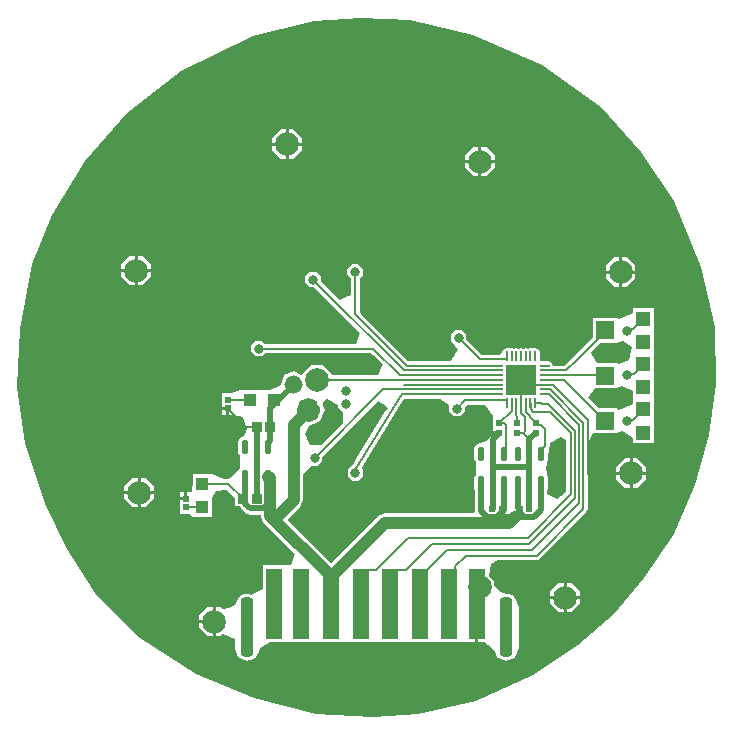
<source format=gbl>
G04*
G04 #@! TF.GenerationSoftware,Altium Limited,Altium Designer,23.1.1 (15)*
G04*
G04 Layer_Physical_Order=2*
G04 Layer_Color=16711680*
%FSLAX44Y44*%
%MOMM*%
G71*
G04*
G04 #@! TF.SameCoordinates,B2BF10F3-798A-46CE-9BF2-DF2D7B13E792*
G04*
G04*
G04 #@! TF.FilePolarity,Positive*
G04*
G01*
G75*
%ADD10C,1.0000*%
%ADD12C,0.2000*%
%ADD15R,0.5200X0.5200*%
%ADD17R,0.5200X0.5200*%
%ADD22C,2.0000*%
%ADD23C,0.8000*%
G04:AMPARAMS|DCode=25|XSize=5mm|YSize=1mm|CornerRadius=0.25mm|HoleSize=0mm|Usage=FLASHONLY|Rotation=270.000|XOffset=0mm|YOffset=0mm|HoleType=Round|Shape=RoundedRectangle|*
%AMROUNDEDRECTD25*
21,1,5.0000,0.5000,0,0,270.0*
21,1,4.5000,1.0000,0,0,270.0*
1,1,0.5000,-0.2500,-2.2500*
1,1,0.5000,-0.2500,2.2500*
1,1,0.5000,0.2500,2.2500*
1,1,0.5000,0.2500,-2.2500*
%
%ADD25ROUNDEDRECTD25*%
%ADD26R,1.1000X1.1000*%
%ADD27R,0.5000X0.5500*%
%ADD28R,1.1000X1.1000*%
%ADD29R,1.4000X6.0000*%
%ADD30R,0.8578X0.8121*%
G04:AMPARAMS|DCode=31|XSize=1.21mm|YSize=0.59mm|CornerRadius=0.1475mm|HoleSize=0mm|Usage=FLASHONLY|Rotation=90.000|XOffset=0mm|YOffset=0mm|HoleType=Round|Shape=RoundedRectangle|*
%AMROUNDEDRECTD31*
21,1,1.2100,0.2950,0,0,90.0*
21,1,0.9150,0.5900,0,0,90.0*
1,1,0.2950,0.1475,0.4575*
1,1,0.2950,0.1475,-0.4575*
1,1,0.2950,-0.1475,-0.4575*
1,1,0.2950,-0.1475,0.4575*
%
%ADD31ROUNDEDRECTD31*%
%ADD32R,1.5000X1.6000*%
%ADD33R,1.2000X1.2000*%
G04:AMPARAMS|DCode=34|XSize=0.1925mm|YSize=0.8937mm|CornerRadius=0.0962mm|HoleSize=0mm|Usage=FLASHONLY|Rotation=90.000|XOffset=0mm|YOffset=0mm|HoleType=Round|Shape=RoundedRectangle|*
%AMROUNDEDRECTD34*
21,1,0.1925,0.7012,0,0,90.0*
21,1,0.0000,0.8937,0,0,90.0*
1,1,0.1925,0.3506,0.0000*
1,1,0.1925,0.3506,0.0000*
1,1,0.1925,-0.3506,0.0000*
1,1,0.1925,-0.3506,0.0000*
%
%ADD34ROUNDEDRECTD34*%
G04:AMPARAMS|DCode=35|XSize=0.8937mm|YSize=0.1925mm|CornerRadius=0.0962mm|HoleSize=0mm|Usage=FLASHONLY|Rotation=90.000|XOffset=0mm|YOffset=0mm|HoleType=Round|Shape=RoundedRectangle|*
%AMROUNDEDRECTD35*
21,1,0.8937,0.0000,0,0,90.0*
21,1,0.7012,0.1925,0,0,90.0*
1,1,0.1925,0.0000,0.3506*
1,1,0.1925,0.0000,-0.3506*
1,1,0.1925,0.0000,-0.3506*
1,1,0.1925,0.0000,0.3506*
%
%ADD35ROUNDEDRECTD35*%
%ADD36R,0.1925X0.8937*%
%ADD37R,2.5000X2.5000*%
%ADD38C,0.5000*%
G36*
X834318Y1120157D02*
X887658Y1107457D01*
X946078Y1082057D01*
X995608Y1046497D01*
X1029898Y1008397D01*
X1057838Y966487D01*
X1080698Y910607D01*
X1092128Y859807D01*
X1093398Y811547D01*
X1087048Y768367D01*
X1075618Y726457D01*
X1057838Y684547D01*
X1032438Y647717D01*
X1007038Y617237D01*
X976558Y590567D01*
X938458Y565167D01*
X890198Y543577D01*
X840668Y532147D01*
X802568Y529607D01*
X754308Y532147D01*
X702238Y546117D01*
X652708Y566437D01*
X605718Y596917D01*
X567618Y635017D01*
X543488Y671847D01*
X525708Y708677D01*
X507928Y762017D01*
X501578Y809007D01*
X504118Y858537D01*
X514278Y913147D01*
X530788Y955057D01*
X558728Y1000777D01*
X594288Y1041417D01*
X640008Y1076977D01*
X700968Y1106187D01*
X753038Y1118887D01*
X792387Y1122093D01*
X834318Y1120157D01*
D02*
G37*
%LPC*%
G36*
X735184Y1027697D02*
X731259D01*
Y1016427D01*
X742530D01*
Y1020351D01*
X735184Y1027697D01*
D02*
G37*
G36*
X728719D02*
X724795D01*
X717449Y1020351D01*
Y1016427D01*
X728719D01*
Y1027697D01*
D02*
G37*
G36*
X742530Y1013887D02*
X731259D01*
Y1002617D01*
X735184D01*
X742530Y1009963D01*
Y1013887D01*
D02*
G37*
G36*
X728719D02*
X717449D01*
Y1009963D01*
X724795Y1002617D01*
X728719D01*
Y1013887D01*
D02*
G37*
G36*
X898342Y1012865D02*
X894417D01*
Y1001595D01*
X905687D01*
Y1005519D01*
X898342Y1012865D01*
D02*
G37*
G36*
X891877D02*
X887953D01*
X880607Y1005519D01*
Y1001595D01*
X891877D01*
Y1012865D01*
D02*
G37*
G36*
X905687Y999055D02*
X894417D01*
Y987785D01*
X898342D01*
X905687Y995130D01*
Y999055D01*
D02*
G37*
G36*
X891877D02*
X880607D01*
Y995130D01*
X887953Y987785D01*
X891877D01*
Y999055D01*
D02*
G37*
G36*
X607174Y920590D02*
X603250D01*
Y909320D01*
X614520D01*
Y913244D01*
X607174Y920590D01*
D02*
G37*
G36*
X600710D02*
X596786D01*
X589440Y913244D01*
Y909320D01*
X600710D01*
Y920590D01*
D02*
G37*
G36*
X1017384Y919320D02*
X1013460D01*
Y908050D01*
X1024730D01*
Y911974D01*
X1017384Y919320D01*
D02*
G37*
G36*
X1010920D02*
X1006996D01*
X999650Y911974D01*
Y908050D01*
X1010920D01*
Y919320D01*
D02*
G37*
G36*
X614520Y906780D02*
X603250D01*
Y895510D01*
X607174D01*
X614520Y902856D01*
Y906780D01*
D02*
G37*
G36*
X600710D02*
X589440D01*
Y902856D01*
X596786Y895510D01*
X600710D01*
Y906780D01*
D02*
G37*
G36*
X1024730Y905510D02*
X1013460D01*
Y894240D01*
X1017384D01*
X1024730Y901586D01*
Y905510D01*
D02*
G37*
G36*
X1010920D02*
X999650D01*
Y901586D01*
X1006996Y894240D01*
X1010920D01*
Y905510D01*
D02*
G37*
G36*
X790109Y913320D02*
X784691D01*
X780860Y909489D01*
Y904071D01*
X783568Y901363D01*
X783568Y887186D01*
X781259Y886230D01*
X776666Y884327D01*
X774330Y883359D01*
X758380Y899309D01*
X758380Y903139D01*
X754549Y906970D01*
X749131D01*
X745300Y903139D01*
Y897721D01*
X749131Y893890D01*
X752961Y893890D01*
X768724Y878127D01*
X772900Y873952D01*
X782139Y864713D01*
X791771Y855080D01*
X787944Y845842D01*
X781662D01*
X715330D01*
X711537D01*
X708829Y848550D01*
X703411D01*
X699580Y844719D01*
Y839301D01*
X703411Y835470D01*
X708829D01*
X711537Y838178D01*
X715191D01*
X784878D01*
X793346D01*
X801053Y838178D01*
X802692Y836539D01*
X810704Y828527D01*
X806877Y819288D01*
X801515D01*
X791608D01*
X781700Y819288D01*
X768194Y819288D01*
X767868Y820813D01*
X767294Y821387D01*
X760523Y828159D01*
X750134D01*
X742788Y820813D01*
X741544Y819982D01*
X735330Y822556D01*
X727533Y819326D01*
X724304Y811530D01*
X715489Y806680D01*
X708660Y806680D01*
X700620Y806680D01*
X691492D01*
X690620Y806680D01*
X690620Y806680D01*
X682577Y804060D01*
X682577Y804060D01*
X674617D01*
Y793480D01*
Y792540D01*
X679658D01*
Y791270D01*
X680928D01*
Y785980D01*
X684697D01*
Y785980D01*
X684697Y785980D01*
X692691Y784124D01*
X696117Y773611D01*
X693875Y769068D01*
X689938Y766046D01*
X688665Y762973D01*
X688665Y762973D01*
Y753823D01*
X689645Y751457D01*
X689796Y751043D01*
X689873Y745656D01*
X689796Y740653D01*
X689766Y740570D01*
X682961Y733432D01*
X681490Y732427D01*
X679960Y731382D01*
X676090D01*
X666090Y735590D01*
X657641Y735590D01*
X650010D01*
Y729793D01*
X648930Y720240D01*
X645160D01*
Y714950D01*
X643890D01*
Y713680D01*
X638850D01*
Y709660D01*
Y702160D01*
X646809D01*
Y702160D01*
X650010Y699510D01*
X655712Y699510D01*
X666090D01*
Y709510D01*
X666090Y715590D01*
X669327Y721414D01*
X678397Y722221D01*
X684993Y716044D01*
X685899Y715130D01*
Y708409D01*
X690021D01*
X690659Y706867D01*
X694459Y703068D01*
X698316Y701470D01*
X707375D01*
Y700355D01*
X709765Y694584D01*
X736697Y667652D01*
X732916Y658523D01*
X728458Y658614D01*
X722560Y658614D01*
X709378D01*
Y638759D01*
X709130Y638483D01*
X699378Y633648D01*
X698750Y633909D01*
X697244D01*
X696250Y634321D01*
X694946Y633909D01*
X693750D01*
X689892Y632311D01*
X689892Y632311D01*
X689580Y631558D01*
X688565Y631138D01*
X687921Y629583D01*
X685948Y624819D01*
X680344Y622339D01*
X675382Y621242D01*
X673214Y623410D01*
X669290D01*
Y610870D01*
Y598330D01*
X673214D01*
X675382Y600498D01*
X685382Y596356D01*
Y588453D01*
X688565Y580769D01*
X689580Y580349D01*
X689892Y579596D01*
X689893Y579596D01*
X693368Y578156D01*
X693750Y577998D01*
X693750Y577998D01*
X694946D01*
X696250Y577586D01*
X697553Y577998D01*
X698749D01*
X698750Y577998D01*
X699131Y578156D01*
X702607Y579596D01*
X702607Y579596D01*
X702919Y580349D01*
X703934Y580769D01*
X704578Y582324D01*
X705708Y585053D01*
X707204Y588509D01*
X715102Y593534D01*
X717117D01*
X722561D01*
X732477Y593333D01*
X738375Y593333D01*
X751557D01*
X751557Y593333D01*
X757477D01*
Y593333D01*
X761557Y593333D01*
X772477D01*
X776557Y593333D01*
Y593333D01*
X782477D01*
Y593333D01*
X797477D01*
X801557Y593333D01*
Y593333D01*
X807477D01*
Y593333D01*
X822477D01*
X826557Y593333D01*
Y593333D01*
X832477D01*
Y593333D01*
X847477D01*
X851557Y593333D01*
Y593333D01*
X857477D01*
Y593333D01*
X870900D01*
X876557Y593333D01*
X886461Y593564D01*
X889075D01*
Y626104D01*
X891615D01*
Y593564D01*
X896429Y593564D01*
X902889Y589414D01*
X905453Y585871D01*
X907566Y580769D01*
X908581Y580349D01*
X908893Y579596D01*
X912750Y577998D01*
X914256D01*
X915250Y577586D01*
X916245Y577998D01*
X917750D01*
X921608Y579596D01*
X921920Y580349D01*
X922935Y580769D01*
X926118Y588453D01*
Y623453D01*
X922935Y631138D01*
X921920Y631558D01*
X921608Y632311D01*
X917750Y633909D01*
X916245D01*
X915250Y634321D01*
X915088Y634253D01*
X910831Y635921D01*
X905350Y641667D01*
Y645274D01*
X901144Y649480D01*
X902129Y659810D01*
X908114Y662918D01*
X941070D01*
X943779Y664041D01*
X983273Y703535D01*
X984396Y706244D01*
Y762109D01*
X989003Y770200D01*
X1004962D01*
X1009083Y770200D01*
X1013003Y771948D01*
X1014861Y771645D01*
X1023003Y766314D01*
Y762200D01*
X1040083D01*
Y779280D01*
X1040083D01*
X1040083Y792200D01*
X1040083Y799280D01*
X1040083Y807650D01*
X1040083Y817650D01*
X1040083Y820570D01*
X1040091Y830567D01*
X1040126Y838843D01*
X1040126Y845923D01*
X1040127Y855923D01*
Y858843D01*
X1040126D01*
X1040126Y865923D01*
Y875923D01*
X1023046D01*
Y872801D01*
X1022763Y871678D01*
X1011231Y866861D01*
X1009127Y867923D01*
X1005372Y867923D01*
X989047D01*
Y854396D01*
X989046Y851774D01*
X981560Y844287D01*
X979755Y842482D01*
X972624Y835351D01*
X964619Y827347D01*
X955106Y827419D01*
X953996Y830100D01*
X952296Y830804D01*
X951315Y831210D01*
X951315Y831210D01*
X944261Y831756D01*
X943715Y838810D01*
X943715Y838810D01*
X942605Y841491D01*
X939924Y842601D01*
X938779Y842127D01*
X935924Y842601D01*
X933924Y841773D01*
X931924Y842601D01*
X929924Y841773D01*
X927924Y842601D01*
X925924Y841773D01*
X923924Y842601D01*
X921924Y841773D01*
X919924Y842601D01*
X917069Y842127D01*
X915924Y842601D01*
X913243Y841491D01*
X912133Y838810D01*
X909952Y836629D01*
X897033D01*
X894719Y836630D01*
X889429Y841919D01*
X881570Y849779D01*
X881570Y853609D01*
X877739Y857440D01*
X872321D01*
X868490Y853609D01*
Y848191D01*
X872321Y844360D01*
X874132Y841251D01*
X868385Y831251D01*
X832556D01*
X792431Y871376D01*
X791232Y872575D01*
X791232Y881545D01*
Y886163D01*
Y901363D01*
X793940Y904071D01*
Y909489D01*
X790109Y913320D01*
D02*
G37*
G36*
X678388Y790000D02*
X674617D01*
Y785980D01*
X678388D01*
Y790000D01*
D02*
G37*
G36*
X1026274Y749140D02*
X1022350D01*
Y737870D01*
X1033620D01*
Y741794D01*
X1026274Y749140D01*
D02*
G37*
G36*
X1019810D02*
X1015886D01*
X1008540Y741794D01*
Y737870D01*
X1019810D01*
Y749140D01*
D02*
G37*
G36*
X1033620Y735330D02*
X1022350D01*
Y724060D01*
X1026274D01*
X1033620Y731406D01*
Y735330D01*
D02*
G37*
G36*
X1019810D02*
X1008540D01*
Y731406D01*
X1015886Y724060D01*
X1019810D01*
Y735330D01*
D02*
G37*
G36*
X609714Y732630D02*
X605790D01*
Y721360D01*
X617060D01*
Y725284D01*
X609714Y732630D01*
D02*
G37*
G36*
X603250D02*
X599326D01*
X591980Y725284D01*
Y721360D01*
X603250D01*
Y732630D01*
D02*
G37*
G36*
X642620Y720240D02*
X638850D01*
Y716220D01*
X642620D01*
Y720240D01*
D02*
G37*
G36*
X617060Y718820D02*
X605790D01*
Y707550D01*
X609714D01*
X617060Y714896D01*
Y718820D01*
D02*
G37*
G36*
X603250D02*
X591980D01*
Y714896D01*
X599326Y707550D01*
X603250D01*
Y718820D01*
D02*
G37*
G36*
X970394Y643730D02*
X966470D01*
Y632460D01*
X977740D01*
Y636384D01*
X970394Y643730D01*
D02*
G37*
G36*
X963930D02*
X960006D01*
X952660Y636384D01*
Y632460D01*
X963930D01*
Y643730D01*
D02*
G37*
G36*
X977740Y629920D02*
X966470D01*
Y618650D01*
X970394D01*
X977740Y625996D01*
Y629920D01*
D02*
G37*
G36*
X963930D02*
X952660D01*
Y625996D01*
X960006Y618650D01*
X963930D01*
Y629920D01*
D02*
G37*
G36*
X666750Y623410D02*
X662826D01*
X655480Y616064D01*
Y612140D01*
X666750D01*
Y623410D01*
D02*
G37*
G36*
Y609600D02*
X655480D01*
Y605676D01*
X662826Y598330D01*
X666750D01*
Y609600D01*
D02*
G37*
%LPD*%
G36*
X1014069Y848523D02*
X1021975Y843654D01*
X1022175Y843263D01*
X1019413Y832539D01*
X1011128Y828794D01*
X1009083Y829650D01*
X1004767Y829650D01*
X991902D01*
X988055Y836640D01*
X986881Y838771D01*
X994953Y846843D01*
X997004Y846843D01*
X1005025D01*
X1009127Y846843D01*
X1013046Y848625D01*
X1014069Y848523D01*
D02*
G37*
G36*
X1022544Y805671D02*
X1023003Y805036D01*
Y796114D01*
X1022720Y794969D01*
X1011232Y790176D01*
X1009083Y791280D01*
X1005435Y791280D01*
X996557D01*
X993935Y791280D01*
X984977Y800238D01*
X990787Y808570D01*
X1005630D01*
X1009083Y808570D01*
X1013003Y810698D01*
X1022544Y805671D01*
D02*
G37*
G36*
X773240Y794290D02*
Y792311D01*
X777071Y788480D01*
X776930Y778539D01*
X758606Y760215D01*
X749455Y760280D01*
X744697Y769713D01*
X748030Y776280D01*
X757689Y780281D01*
X761690Y789940D01*
X760390Y793079D01*
X760436Y796562D01*
X764007Y799579D01*
X773240Y794290D01*
D02*
G37*
G36*
X867220Y793919D02*
Y788501D01*
X871051Y784670D01*
X876469D01*
X880300Y788501D01*
X880300Y792331D01*
X882177Y794208D01*
X884491Y794209D01*
X897245D01*
X904214Y785116D01*
X904079Y783919D01*
X904079D01*
Y773639D01*
Y772049D01*
X909219D01*
Y769509D01*
X904079D01*
Y768516D01*
X898154Y763841D01*
X893557Y761960D01*
X892819Y761960D01*
X892819Y761960D01*
X889746Y760687D01*
X888473Y757614D01*
X888473Y757614D01*
X888473Y753760D01*
Y748464D01*
X889453Y746098D01*
X889604Y745684D01*
X889681Y740297D01*
X889604Y735294D01*
X889453Y734880D01*
X888473Y732514D01*
X888473Y731090D01*
X888473Y731090D01*
X888473Y723364D01*
X888839Y722482D01*
Y704266D01*
X887584Y702388D01*
X812371D01*
X806600Y699997D01*
X767017Y660415D01*
X730282Y697150D01*
X741101Y707969D01*
X743491Y713740D01*
Y735622D01*
X750401Y742760D01*
X755819D01*
X759650Y746591D01*
X759650Y750421D01*
X760388Y751159D01*
X807212Y797983D01*
X813273Y793206D01*
X814095Y792559D01*
X815012Y791571D01*
X812312Y787163D01*
X789416Y749769D01*
X785398Y743208D01*
X784852Y743182D01*
X781021Y739351D01*
Y733933D01*
X784852Y730102D01*
X790270D01*
X794101Y733933D01*
X794101Y739351D01*
X794100Y739352D01*
X792857Y740714D01*
X794888Y744031D01*
X820426Y785739D01*
X824017Y791603D01*
X828906Y799587D01*
X831090Y799587D01*
X859568D01*
X867220Y793919D01*
D02*
G37*
G36*
X966160Y764327D02*
Y720908D01*
X958655Y714822D01*
X950022Y718516D01*
Y722482D01*
X950387Y723364D01*
X950387Y732514D01*
X950387Y732514D01*
X950387Y732514D01*
X949376Y740336D01*
X950387Y748464D01*
X951350Y758065D01*
X952076Y759816D01*
Y762375D01*
X962076Y767383D01*
X966160Y764327D01*
D02*
G37*
D10*
X753110Y789940D02*
G03*
X753110Y789940I-5080J0D01*
G01*
X737977Y811530D02*
G03*
X737977Y811530I-2647J0D01*
G01*
X918041Y694227D02*
X923192Y699378D01*
X812371Y694227D02*
X918041D01*
X767017Y648873D02*
X812371Y694227D01*
X767017Y625873D02*
Y648873D01*
X715536Y700355D02*
X721945D01*
X735330Y713740D01*
Y777240D01*
X765017Y627873D02*
X767017Y625873D01*
X765017Y627873D02*
Y650873D01*
X715536Y700355D02*
Y732248D01*
Y700355D02*
X765017Y650873D01*
X713486Y733298D02*
X714486D01*
X715536Y732248D01*
X735330Y777240D02*
X748030Y789940D01*
D12*
X679960Y727550D02*
X694061Y713449D01*
X694517D01*
X658050Y727550D02*
X679960D01*
X643890Y707450D02*
X657950D01*
X658050Y707550D01*
X679658Y798770D02*
X698530D01*
X694794Y775884D02*
X704072D01*
X679658Y791020D02*
Y791270D01*
Y791020D02*
X694794Y775884D01*
X929624Y770664D02*
X930338D01*
X925037D02*
X929624D01*
X935067Y765221D01*
X929509Y770779D02*
X929624Y770664D01*
X924921Y770779D02*
X929509D01*
X832565Y681990D02*
X933450D01*
X805448Y654873D02*
X832565Y681990D01*
X933450D02*
X969992Y718532D01*
X792017Y625873D02*
Y648873D01*
X798017Y654873D01*
X805448D01*
X969992Y718532D02*
Y770811D01*
X934720Y676910D02*
X973516Y715706D01*
Y772271D01*
X852485Y676910D02*
X934720D01*
X823017Y654873D02*
X830448D01*
X817017Y648873D02*
X823017Y654873D01*
X830448D02*
X852485Y676910D01*
X817017Y625873D02*
Y648873D01*
X842017D02*
X864870Y671726D01*
X937156D02*
X977040Y711610D01*
X864870Y671726D02*
X937156D01*
X977040Y711610D02*
Y777619D01*
X842017Y625873D02*
Y648873D01*
X980564Y706244D02*
Y779101D01*
X941070Y666750D02*
X980564Y706244D01*
X881380Y666750D02*
X941070D01*
X872332Y631188D02*
Y657702D01*
X881380Y666750D01*
X867017Y625873D02*
X872332Y631188D01*
X984374Y735601D02*
Y781829D01*
X954784Y811419D02*
X984374Y781829D01*
X755328Y815619D02*
X755491Y815457D01*
X908001D02*
X908039Y815419D01*
X755491Y815457D02*
X908001D01*
X787400Y739140D02*
X787561Y738979D01*
Y736642D02*
Y738979D01*
X706120Y842010D02*
X802640D01*
X825231Y819419D02*
X908039D01*
X802640Y842010D02*
X825231Y819419D01*
X828851Y823419D02*
X908039D01*
X751840Y900430D02*
X828851Y823419D01*
X753110Y749300D02*
X811229Y807419D01*
X828409Y811419D02*
X908039D01*
X787400Y870988D02*
X830969Y827419D01*
X826759Y803419D02*
X908039D01*
X830969Y827419D02*
X908039D01*
X787400Y739140D02*
X826759Y803419D01*
X811229Y807419D02*
X908039D01*
X787400Y870988D02*
Y906780D01*
X873760Y791210D02*
X880590Y798040D01*
X875030Y850900D02*
X893132Y832798D01*
X915886Y798474D02*
X915924Y798436D01*
X880590Y798040D02*
X915886D01*
X915924Y798002D02*
Y798436D01*
X1031099Y866895D02*
X1031587D01*
X1017927Y858357D02*
X1022561D01*
X1016779Y857209D02*
X1017927Y858357D01*
X1031056Y790253D02*
X1031543D01*
X1017551Y780503D02*
X1018699Y781651D01*
X1031056Y828623D02*
X1031543D01*
X1018699Y781651D02*
X1022454D01*
X1031056Y790253D01*
X1022561Y858357D02*
X1031099Y866895D01*
X1019198Y820690D02*
X1022214D01*
X1018050Y819542D02*
X1019198Y820690D01*
X1022214D02*
X1022290Y820766D01*
X1023199D01*
X1031056Y828623D01*
X947809Y815419D02*
X964377D01*
X999043Y780753D01*
X947809Y823419D02*
X966110D01*
X975333Y832642D01*
X975333D01*
X999087Y856395D01*
Y856895D01*
X999043Y780253D02*
Y780753D01*
X998247Y819419D02*
X999043Y818623D01*
X971674Y819419D02*
X998247D01*
X947809D02*
X971674D01*
X950688Y795099D02*
X973516Y772271D01*
X952262Y788541D02*
X969992Y770811D01*
X952283Y807381D02*
X980564Y779101D01*
X951277Y803381D02*
X977040Y777619D01*
X945704Y795099D02*
X950688D01*
X939924Y795534D02*
X945269D01*
X945704Y795099D01*
X937916Y788541D02*
X952262D01*
X935962Y790496D02*
X937916Y788541D01*
X947847Y807381D02*
X952283D01*
X915886Y832764D02*
Y832798D01*
X893132D02*
X915886D01*
X915924Y832802D02*
Y835304D01*
X915886Y832764D02*
X915924Y832802D01*
Y795534D02*
Y798002D01*
X915886Y798040D02*
X915924Y798002D01*
X947809Y811419D02*
X954784D01*
X927924Y815419D02*
X931924Y811419D01*
X947809D01*
X927924Y795534D02*
Y815419D01*
X930338Y770664D02*
X931510Y771835D01*
X927924Y787479D02*
X931510Y783893D01*
Y771835D02*
Y783893D01*
X927924Y787479D02*
Y795534D01*
X923924Y785376D02*
X924921Y784379D01*
X935258Y784145D02*
X942224Y777179D01*
X935258Y784145D02*
Y785129D01*
X924921Y778779D02*
Y784379D01*
X923924Y785376D02*
Y795534D01*
X931924Y788463D02*
X935258Y785129D01*
X931924Y788463D02*
Y795534D01*
X935962Y790496D02*
Y795496D01*
X947809Y807419D02*
X947847Y807381D01*
X935924Y795534D02*
X935962Y795496D01*
X942224Y777179D02*
X944904D01*
X948244Y773839D01*
Y759816D02*
Y773839D01*
X944566Y756139D02*
X948244Y759816D01*
X944566Y753039D02*
Y756139D01*
X914951Y758987D02*
X915224Y759261D01*
X913294Y753039D02*
X914951Y754696D01*
X915224Y759261D02*
Y777319D01*
X914951Y754696D02*
Y758987D01*
X913764Y778779D02*
X915224Y777319D01*
X909219Y778779D02*
X913764D01*
X909219D02*
X919886Y789446D01*
Y795496D02*
X919924Y795534D01*
X919886Y789446D02*
Y795496D01*
D15*
X903414Y706037D02*
D03*
X911414D02*
D03*
X934654Y706199D02*
D03*
X926654D02*
D03*
D17*
X909219Y770779D02*
D03*
Y778779D02*
D03*
X924921Y770779D02*
D03*
Y778779D02*
D03*
X940624Y770779D02*
D03*
Y778779D02*
D03*
D22*
X965200Y631190D02*
D03*
X1021080Y736600D02*
D03*
X1012190Y906780D02*
D03*
X893147Y1000325D02*
D03*
X729989Y1015157D02*
D03*
X601980Y908050D02*
D03*
X604520Y720090D02*
D03*
X668020Y610870D02*
D03*
X892810Y640080D02*
D03*
X755328Y815619D02*
D03*
D23*
X779780Y806450D02*
D03*
Y795020D02*
D03*
X787561Y736642D02*
D03*
X706120Y842010D02*
D03*
X753110Y749300D02*
D03*
X751840Y900430D02*
D03*
X787400Y906780D02*
D03*
X873760Y791210D02*
D03*
X875030Y850900D02*
D03*
X1018050Y780503D02*
D03*
Y857209D02*
D03*
Y819542D02*
D03*
D25*
X915250Y605953D02*
D03*
X696250D02*
D03*
D26*
X658050Y727550D02*
D03*
Y707550D02*
D03*
D27*
X643890Y714950D02*
D03*
Y707450D02*
D03*
X679658Y791270D02*
D03*
Y798770D02*
D03*
D28*
X718660Y798640D02*
D03*
X698660D02*
D03*
D29*
X890345Y626104D02*
D03*
X867017Y625873D02*
D03*
X842017D02*
D03*
X817017D02*
D03*
X792017D02*
D03*
X767017D02*
D03*
X742017D02*
D03*
X718918Y626073D02*
D03*
D30*
X704158Y775970D02*
D03*
X715702D02*
D03*
X704272Y715010D02*
D03*
X692728D02*
D03*
D31*
X713486Y758398D02*
D03*
X694486D02*
D03*
Y733298D02*
D03*
X703986D02*
D03*
X713486D02*
D03*
X913294Y753039D02*
D03*
X894294D02*
D03*
Y727939D02*
D03*
X903794D02*
D03*
X913294D02*
D03*
X944566Y753039D02*
D03*
X925566D02*
D03*
Y727939D02*
D03*
X935067D02*
D03*
X944566D02*
D03*
D32*
X999043Y780740D02*
D03*
Y819110D02*
D03*
X999087Y857383D02*
D03*
D33*
X1031543Y770740D02*
D03*
Y790740D02*
D03*
Y809110D02*
D03*
Y829110D02*
D03*
X1031587Y847383D02*
D03*
Y867383D02*
D03*
D34*
X908039Y827419D02*
D03*
Y823419D02*
D03*
Y819419D02*
D03*
Y803419D02*
D03*
Y807419D02*
D03*
Y811419D02*
D03*
X947809Y803419D02*
D03*
Y807419D02*
D03*
Y811419D02*
D03*
Y815419D02*
D03*
Y819419D02*
D03*
Y823419D02*
D03*
Y827419D02*
D03*
X908039Y815419D02*
D03*
D35*
X915924Y835304D02*
D03*
Y795534D02*
D03*
X939924Y835304D02*
D03*
X935924D02*
D03*
X931924D02*
D03*
X927924D02*
D03*
X923924D02*
D03*
X919924D02*
D03*
Y795534D02*
D03*
X923924D02*
D03*
X927924D02*
D03*
X931924D02*
D03*
X935924D02*
D03*
D36*
X939924D02*
D03*
D37*
X927924Y815419D02*
D03*
D38*
X935067Y741680D02*
Y765221D01*
Y727939D02*
Y741680D01*
X903794Y742950D02*
Y765354D01*
Y727939D02*
Y742950D01*
X905064Y741680D02*
X935067D01*
X903794Y742950D02*
X905064Y741680D01*
X913294Y705026D02*
Y707916D01*
X907681Y699413D02*
X913294Y705026D01*
X712585Y715816D02*
Y729297D01*
X899147Y699413D02*
X907681D01*
X934654Y699575D02*
X938921D01*
X930387D02*
X934654D01*
X907681Y699413D02*
X934492D01*
X934654Y699575D01*
X934754Y706299D02*
Y727626D01*
X934654Y706199D02*
X934754Y706299D01*
Y727626D02*
X935067Y727939D01*
X894294Y704266D02*
X899147Y699413D01*
X894294Y704266D02*
Y727939D01*
X926654Y706199D02*
X926754Y706099D01*
Y703208D02*
Y706099D01*
Y703208D02*
X930387Y699575D01*
X938921D02*
X944566Y705221D01*
Y727939D01*
X925566Y707287D02*
X926654Y706199D01*
X925566Y707287D02*
Y727939D01*
X911414Y706037D02*
X913294Y707916D01*
Y727939D01*
X903414Y706037D02*
X903794Y706416D01*
Y727939D01*
X692925Y715010D02*
X692956D01*
X694517Y710725D02*
Y713449D01*
Y710725D02*
X698316Y706925D01*
X710227D01*
X692956Y715010D02*
X694517Y713449D01*
X710227Y706925D02*
X712585Y709283D01*
Y729297D02*
X713486Y730198D01*
Y733298D01*
X692925Y715010D02*
X694486Y716571D01*
X692728Y715010D02*
X692925D01*
X694486Y716571D02*
Y733298D01*
X713486Y761498D02*
X715702Y763714D01*
X713486Y758398D02*
Y761498D01*
X715702Y763714D02*
Y775970D01*
Y791902D02*
X735330Y811530D01*
X715702Y775970D02*
Y791902D01*
X704072Y775884D02*
X704158Y775970D01*
X703986Y733298D02*
X704072Y733384D01*
Y775884D01*
X704129Y715153D02*
Y733155D01*
X703986Y733298D02*
X704129Y733155D01*
Y715153D02*
X704272Y715010D01*
X935067Y765221D02*
X940624Y770779D01*
X903794Y765354D02*
X909219Y770779D01*
M02*

</source>
